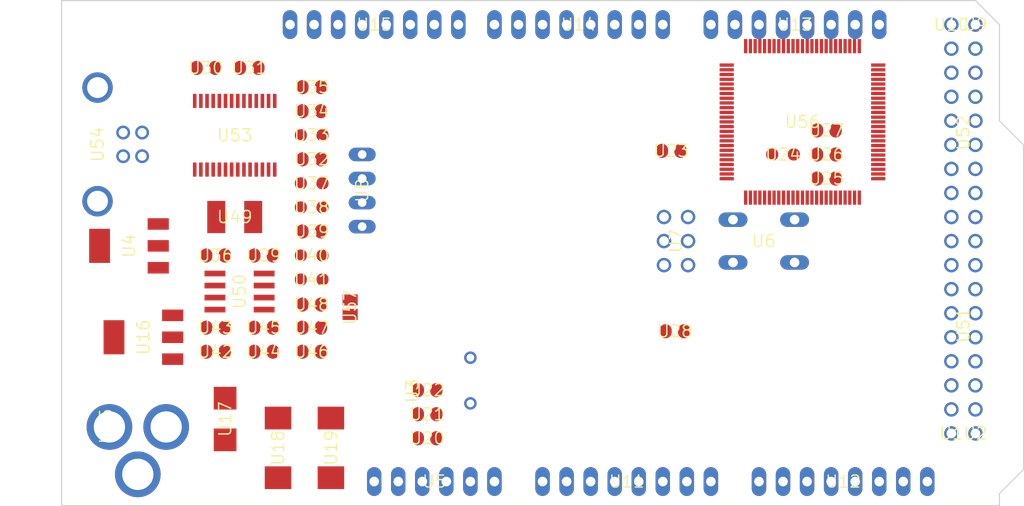
<source format=kicad_pcb>
(kicad_pcb (version 20221018) (generator pcbnew)
  (layers (0 "F.Cu" signal "Top") (31 "B.Cu" signal "Bottom") (34 "B.Paste" user) (35 "F.Paste" user) (36 "B.SilkS" user "B.Silkscreen") (37 "F.SilkS" user "F.Silkscreen") (38 "B.Mask" user) (39 "F.Mask" user) (44 "Edge.Cuts" user))
  (net 0 "")
  (net 1 "+5V")
  (net 2 "GND")
  (net 3 "N$6")
  (net 4 "N$7")
  (net 5 "AREF")
  (net 6 "RESET")
  (net 7 "VIN")
  (net 8 "N$3")
  (net 9 "PWRIN")
  (net 10 "M8RXD")
  (net 11 "M8TXD")
  (net 12 "ADC0")
  (net 13 "ADC2")
  (net 14 "ADC1")
  (net 15 "ADC3")
  (net 16 "ADC4")
  (net 17 "ADC5")
  (net 18 "ADC6")
  (net 19 "ADC7")
  (net 20 "+3V3")
  (net 21 "SDA")
  (net 22 "SCL")
  (net 23 "ADC9")
  (net 24 "ADC8")
  (net 25 "ADC10")
  (net 26 "ADC11")
  (net 27 "ADC12")
  (net 28 "ADC13")
  (net 29 "ADC14")
  (net 30 "ADC15")
  (net 31 "PB3")
  (net 32 "PB2")
  (net 33 "PB1")
  (net 34 "PB5")
  (net 35 "PB4")
  (net 36 "PE5")
  (net 37 "PE4")
  (net 38 "PE3")
  (net 39 "PE1")
  (net 40 "PE0")
  (net 41 "N$15")
  (net 42 "N$53")
  (net 43 "N$54")
  (net 44 "N$55")
  (net 45 "D-")
  (net 46 "D+")
  (net 47 "N$60")
  (net 48 "DTR")
  (net 49 "USBVCC")
  (net 50 "N$2")
  (net 51 "N$4")
  (net 52 "GATE_CMD")
  (net 53 "CMP")
  (net 54 "PB6")
  (net 55 "PH3")
  (net 56 "PH4")
  (net 57 "PH5")
  (net 58 "PH6")
  (net 59 "PG5")
  (net 60 "RXD1")
  (net 61 "TXD1")
  (net 62 "RXD2")
  (net 63 "RXD3")
  (net 64 "TXD2")
  (net 65 "TXD3")
  (net 66 "PC0")
  (net 67 "PC1")
  (net 68 "PC2")
  (net 69 "PC3")
  (net 70 "PC4")
  (net 71 "PC5")
  (net 72 "PC6")
  (net 73 "PC7")
  (net 74 "PB0")
  (net 75 "PG0")
  (net 76 "PG1")
  (net 77 "PG2")
  (net 78 "PD7")
  (net 79 "PA0")
  (net 80 "PA1")
  (net 81 "PA2")
  (net 82 "PA3")
  (net 83 "PA4")
  (net 84 "PA5")
  (net 85 "PA6")
  (net 86 "PA7")
  (net 87 "PL0")
  (net 88 "PL1")
  (net 89 "PL2")
  (net 90 "PL3")
  (net 91 "PL4")
  (net 92 "PL5")
  (net 93 "PL6")
  (net 94 "PL7")
  (net 95 "PB7")
  (net 96 "CTS")
  (net 97 "DSR")
  (net 98 "DCD")
  (net 99 "RI")
  (footprint "Arduino_MEGA_Reference_Design:2X03" (layer "F.Cu") (at 162.5981 103.7336 -90)
    (fp_text reference "U7")
    (fp_text value "")
  )
  (footprint "Arduino_MEGA_Reference_Design:1X08" (layer "F.Cu") (at 152.3111 80.8736 180)
    (fp_text reference "U14")
    (fp_text value "")
  )
  (footprint "Arduino_MEGA_Reference_Design:1X08" (layer "F.Cu") (at 130.7211 80.8736 180)
    (fp_text reference "U15")
    (fp_text value "")
  )
  (footprint "Arduino_MEGA_Reference_Design:SMC_D" (layer "F.Cu") (at 120.5611 125.5776 -90)
    (fp_text reference "U18")
    (fp_text value "")
  )
  (footprint "Arduino_MEGA_Reference_Design:SMC_D" (layer "F.Cu") (at 126.1491 125.5776 -90)
    (fp_text reference "U19")
    (fp_text value "")
  )
  (footprint "Arduino_MEGA_Reference_Design:B3F-10XX" (layer "F.Cu") (at 171.8691 103.7336 180)
    (fp_text reference "U6")
    (fp_text value "")
  )
  (footprint "Arduino_MEGA_Reference_Design:0805RND" (layer "F.Cu") (at 173.9011 94.5896 180)
    (fp_text reference "U24")
    (fp_text value "")
  )
  (footprint "Arduino_MEGA_Reference_Design:SMB" (layer "F.Cu") (at 114.9731 122.5296 -90)
    (fp_text reference "U17")
    (fp_text value "")
  )
  (footprint "Arduino_MEGA_Reference_Design:DC-21MM" (layer "F.Cu") (at 103.0351 123.2916 90)
    (fp_text reference "U55")
    (fp_text value "")
  )
  (footprint "Arduino_MEGA_Reference_Design:HC49_S" (layer "F.Cu") (at 140.8811 118.4656 90)
    (fp_text reference "U3")
    (fp_text value "")
  )
  (footprint "Arduino_MEGA_Reference_Design:SOT223" (layer "F.Cu") (at 106.3371 113.8936 90)
    (fp_text reference "U16")
    (fp_text value "")
  )
  (footprint "Arduino_MEGA_Reference_Design:1X06" (layer "F.Cu") (at 137.0711 129.1336)
    (fp_text reference "U5")
    (fp_text value "")
  )
  (footprint "Arduino_MEGA_Reference_Design:C0805RND" (layer "F.Cu") (at 124.1171 87.4776)
    (fp_text reference "U35")
    (fp_text value "")
  )
  (footprint "Arduino_MEGA_Reference_Design:C0805RND" (layer "F.Cu") (at 162.4711 113.2586)
    (fp_text reference "U28")
    (fp_text value "")
  )
  (footprint "Arduino_MEGA_Reference_Design:C0805RND" (layer "F.Cu") (at 136.3091 122.0216)
    (fp_text reference "U21")
    (fp_text value "")
  )
  (footprint "Arduino_MEGA_Reference_Design:C0805RND" (layer "F.Cu") (at 136.3091 119.4816)
    (fp_text reference "U22")
    (fp_text value "")
  )
  (footprint "Arduino_MEGA_Reference_Design:C0805RND" (layer "F.Cu") (at 113.9571 112.8776)
    (fp_text reference "U43")
    (fp_text value "")
  )
  (footprint "Arduino_MEGA_Reference_Design:RCL_0805RND" (layer "F.Cu") (at 124.1171 105.2576)
    (fp_text reference "U40")
    (fp_text value "")
  )
  (footprint "Arduino_MEGA_Reference_Design:RCL_0805RND" (layer "F.Cu") (at 124.1171 107.7976)
    (fp_text reference "U41")
    (fp_text value "")
  )
  (footprint "Arduino_MEGA_Reference_Design:1X08" (layer "F.Cu") (at 157.3911 129.1336)
    (fp_text reference "U11")
    (fp_text value "")
  )
  (footprint "Arduino_MEGA_Reference_Design:1X08" (layer "F.Cu") (at 175.1711 80.8736 180)
    (fp_text reference "U13")
    (fp_text value "")
  )
  (footprint "Arduino_MEGA_Reference_Design:R0805RND" (layer "F.Cu") (at 178.4731 94.5896 180)
    (fp_text reference "U26")
    (fp_text value "")
  )
  (footprint "Arduino_MEGA_Reference_Design:R0805RND" (layer "F.Cu") (at 178.4731 92.0496 180)
    (fp_text reference "U27")
    (fp_text value "")
  )
  (footprint "Arduino_MEGA_Reference_Design:TQFP100" (layer "F.Cu") (at 175.95449829101562 91.14759826660156 0)
    (fp_text reference "U56")
    (fp_text value "")
  )
  (footprint "Arduino_MEGA_Reference_Design:C0805RND" (layer "F.Cu") (at 162.0901 94.2086 180)
    (fp_text reference "U23")
    (fp_text value "")
  )
  (footprint "Arduino_MEGA_Reference_Design:C0805RND" (layer "F.Cu") (at 136.3091 124.5616)
    (fp_text reference "U20")
    (fp_text value "")
  )
  (footprint "Arduino_MEGA_Reference_Design:1X08" (layer "F.Cu") (at 180.2511 129.1336)
    (fp_text reference "U12")
    (fp_text value "")
  )
  (footprint "Arduino_MEGA_Reference_Design:R0805RND" (layer "F.Cu") (at 124.1171 112.8776)
    (fp_text reference "U47")
    (fp_text value "")
  )
  (footprint "Arduino_MEGA_Reference_Design:C0805RND" (layer "F.Cu") (at 124.1171 115.4176)
    (fp_text reference "U46")
    (fp_text value "")
  )
  (footprint "Arduino_MEGA_Reference_Design:C0805RND" (layer "F.Cu") (at 113.9571 105.2576)
    (fp_text reference "U36")
    (fp_text value "")
  )
  (footprint "Arduino_MEGA_Reference_Design:C0805RND" (layer "F.Cu") (at 112.9411 85.4456)
    (fp_text reference "U30")
    (fp_text value "")
  )
  (footprint "Arduino_MEGA_Reference_Design:0805RND" (layer "F.Cu") (at 124.1171 100.1776 180)
    (fp_text reference "U38")
    (fp_text value "")
  )
  (footprint "Arduino_MEGA_Reference_Design:0805RND" (layer "F.Cu") (at 124.1171 97.6376 180)
    (fp_text reference "U37")
    (fp_text value "")
  )
  (footprint "Arduino_MEGA_Reference_Design:R0805RND" (layer "F.Cu") (at 124.1171 95.0976)
    (fp_text reference "U32")
    (fp_text value "")
  )
  (footprint "Arduino_MEGA_Reference_Design:R0805RND" (layer "F.Cu") (at 124.1171 102.7176)
    (fp_text reference "U39")
    (fp_text value "")
  )
  (footprint "Arduino_MEGA_Reference_Design:SSOP28" (layer "F.Cu") (at 115.9891 92.5576)
    (fp_text reference "U53")
    (fp_text value "")
  )
  (footprint "Arduino_MEGA_Reference_Design:PN61729" (layer "F.Cu") (at 98.9584 93.5228 -90)
    (fp_text reference "U54")
    (fp_text value "")
  )
  (footprint "Arduino_MEGA_Reference_Design:L1812" (layer "F.Cu") (at 115.9891 101.1936)
    (fp_text reference "U49")
    (fp_text value "")
  )
  (footprint "Arduino_MEGA_Reference_Design:C0805RND" (layer "F.Cu") (at 117.5131 85.4456)
    (fp_text reference "U31")
    (fp_text value "")
  )
  (footprint "Arduino_MEGA_Reference_Design:0805RND" (layer "F.Cu") (at 124.1171 92.5576 180)
    (fp_text reference "U33")
    (fp_text value "")
  )
  (footprint "Arduino_MEGA_Reference_Design:R0805RND" (layer "F.Cu") (at 124.1171 90.0176 180)
    (fp_text reference "U34")
    (fp_text value "")
  )
  (footprint "Arduino_MEGA_Reference_Design:C0805RND" (layer "F.Cu") (at 124.1171 110.4392 180)
    (fp_text reference "U48")
    (fp_text value "")
  )
  (footprint "Arduino_MEGA_Reference_Design:SOT223" (layer "F.Cu") (at 104.8131 104.2416 90)
    (fp_text reference "U4")
    (fp_text value "")
  )
  (footprint "Arduino_MEGA_Reference_Design:SO08" (layer "F.Cu") (at 116.4971 109.0676 -90)
    (fp_text reference "U50")
    (fp_text value "")
  )
  (footprint "Arduino_MEGA_Reference_Design:R0805RND" (layer "F.Cu") (at 113.9571 115.4176 180)
    (fp_text reference "U42")
    (fp_text value "")
  )
  (footprint "Arduino_MEGA_Reference_Design:R0805RND" (layer "F.Cu") (at 119.0371 112.8776 180)
    (fp_text reference "U45")
    (fp_text value "")
  )
  (footprint "Arduino_MEGA_Reference_Design:C0805RND" (layer "F.Cu") (at 119.0371 115.4176 180)
    (fp_text reference "U44")
    (fp_text value "")
  )
  (footprint "Arduino_MEGA_Reference_Design:C0805RND" (layer "F.Cu") (at 119.0371 105.2576)
    (fp_text reference "U29")
    (fp_text value "")
  )
  (footprint "Arduino_MEGA_Reference_Design:2X08" (layer "F.Cu") (at 192.9511 92.3036 90)
    (fp_text reference "U52")
    (fp_text value "")
  )
  (footprint "Arduino_MEGA_Reference_Design:2X08" (layer "F.Cu") (at 192.9511 112.6236 90)
    (fp_text reference "U51")
    (fp_text value "")
  )
  (footprint "Arduino_MEGA_Reference_Design:R0805RND" (layer "F.Cu") (at 178.4731 97.1296 180)
    (fp_text reference "U25")
    (fp_text value "")
  )
  (footprint "Arduino_MEGA_Reference_Design:1X01" (layer "F.Cu") (at 191.6811 80.8736)
    (fp_text reference "U10")
    (fp_text value "")
  )
  (footprint "Arduino_MEGA_Reference_Design:1X01" (layer "F.Cu") (at 194.2211 80.8736)
    (fp_text reference "U9")
    (fp_text value "")
  )
  (footprint "Arduino_MEGA_Reference_Design:1X01" (layer "F.Cu") (at 191.6811 124.0536)
    (fp_text reference "U1")
    (fp_text value "")
  )
  (footprint "Arduino_MEGA_Reference_Design:1X01" (layer "F.Cu") (at 194.2211 124.0536)
    (fp_text reference "U2")
    (fp_text value "")
  )
  (footprint "Arduino_MEGA_Reference_Design:SJ" (layer "F.Cu") (at 128.1811 110.7186 -90)
    (fp_text reference "U57")
    (fp_text value "")
  )
  (footprint "Arduino_MEGA_Reference_Design:JP4" (layer "F.Cu") (at 129.4511 98.3996 -90)
    (fp_text reference "U8")
    (fp_text value "")
  )
  (gr_line (start 196.7611 80.8736) (end 196.7611 91.0336) (layer "Edge.Cuts") (width 0.12))
  (gr_line (start 196.7611 130.4036) (end 196.7611 131.6736) (layer "Edge.Cuts") (width 0.12))
  (gr_line (start 194.2211 78.3336) (end 196.7611 80.8736) (layer "Edge.Cuts") (width 0.12))
  (gr_line (start 97.7011 78.3336) (end 194.2211 78.3336) (layer "Edge.Cuts") (width 0.12))
  (gr_line (start 196.7611 91.0336) (end 199.3011 93.5736) (layer "Edge.Cuts") (width 0.12))
  (gr_line (start 97.7011 131.6736) (end 97.7011 78.3336) (layer "Edge.Cuts") (width 0.12))
  (gr_line (start 196.7611 131.6736) (end 97.7011 131.6736) (layer "Edge.Cuts") (width 0.12))
  (gr_line (start 199.3011 93.5736) (end 199.3011 127.8636) (layer "Edge.Cuts") (width 0.12))
  (gr_line (start 199.3011 127.8636) (end 196.7611 130.4036) (layer "Edge.Cuts") (width 0.12))
)
</source>
